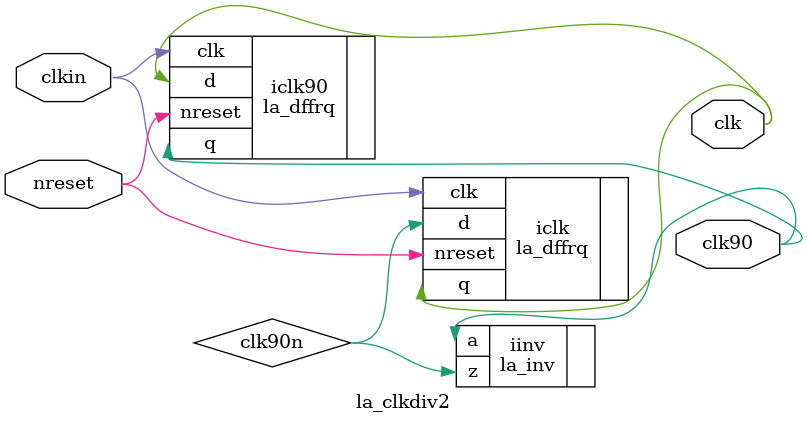
<source format=v>

module la_clkdiv2 #(parameter PROP = "DEFAULT" // cell property
                    )
   (
    input  clkin,  // fast input clock
    input  nreset, // async active low reset
    output clk,    // div2 clock
    output clk90   // div2 clock with 90 degree phase shift
    );

   wire clk90n;


   la_dffrq iclk (.clk(clkin),
                  .nreset(nreset),
                  .d(clk90n),
                  .q(clk));

   la_dffrq iclk90 (.clk(clkin),
                    .nreset(nreset),
                    .d(clk),
                    .q(clk90));

   la_inv iinv (.a(clk90),
                .z(clk90n));


endmodule

</source>
